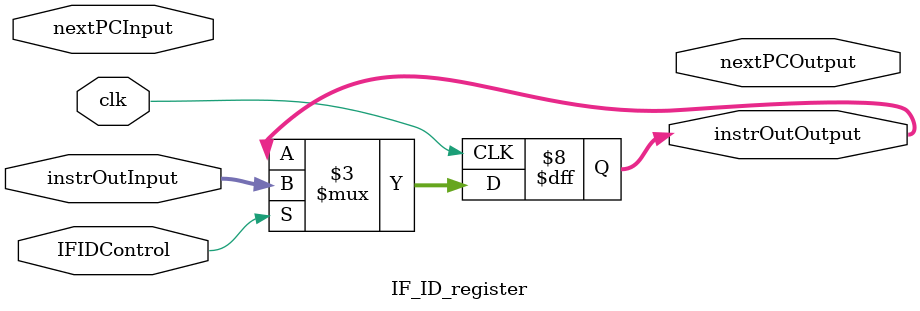
<source format=v>
module IF_ID_register(
    input clk,
    input IFIDControl,
    input [31:0] nextPCInput,
    input [31:0] instrOutInput,
    output reg [31:0] nextPCOutput,
    output reg [31:0] instrOutOutput
);

always@(posedge clk) begin
    if(IFIDControl==1'b1) begin
        $display("IF->ID stage execution is taking place");
        nextPCInput <= nextPCOutput;
        instrOutOutput <= instrOutInput;
    end
end

endmodule

</source>
